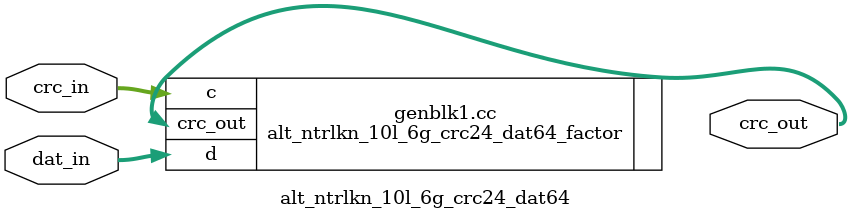
<source format=v>


`timescale 1 ps / 1 ps


module alt_ntrlkn_10l_6g_crc24_dat64 (
	input[23:0] crc_in,
	input[63:0] dat_in,
	output[23:0] crc_out
);

parameter METHOD = 1;

generate
  if (METHOD == 0)
    alt_ntrlkn_10l_6g_crc24_dat64_flat cc (.c(crc_in),.d(dat_in),.crc_out(crc_out));
  else
    alt_ntrlkn_10l_6g_crc24_dat64_factor cc (.c(crc_in),.d(dat_in),.crc_out(crc_out));
endgenerate

endmodule

</source>
